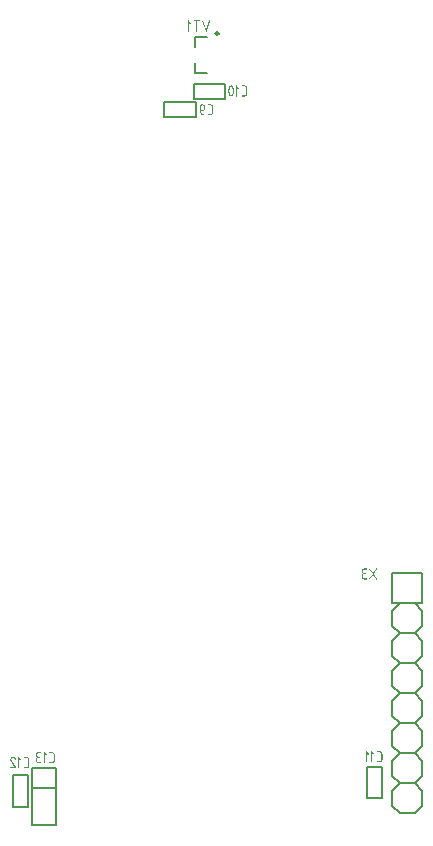
<source format=gbo>
G04 Layer_Color=32896*
%FSLAX44Y44*%
%MOMM*%
G71*
G01*
G75*
%ADD45C,0.2000*%
%ADD46C,0.2500*%
G36*
X683176Y349456D02*
X683299Y349404D01*
X683370Y349316D01*
X683440Y349245D01*
X683475Y349157D01*
X683493Y349070D01*
Y349017D01*
Y348999D01*
X683475Y348841D01*
X683422Y348718D01*
X683335Y348648D01*
X683247Y348577D01*
X683176Y348542D01*
X683089Y348525D01*
X681120D01*
X680909Y348507D01*
X680716Y348454D01*
X680540Y348384D01*
X680399Y348314D01*
X680276Y348243D01*
X680188Y348173D01*
X680136Y348120D01*
X680118Y348103D01*
X679977Y347945D01*
X679872Y347769D01*
X679802Y347593D01*
X679749Y347453D01*
X679714Y347312D01*
X679696Y347206D01*
Y347119D01*
Y347101D01*
X679714Y346890D01*
X679766Y346697D01*
X679837Y346521D01*
X679907Y346363D01*
X679977Y346240D01*
X680048Y346152D01*
X680100Y346099D01*
X680118Y346082D01*
X680276Y345941D01*
X680452Y345853D01*
X680610Y345783D01*
X680768Y345730D01*
X680909Y345695D01*
X681014Y345677D01*
X682069D01*
X682227Y345660D01*
X682350Y345607D01*
X682421Y345519D01*
X682491Y345449D01*
X682526Y345361D01*
X682544Y345273D01*
Y345220D01*
Y345203D01*
X682526Y345045D01*
X682473Y344921D01*
X682385Y344851D01*
X682298Y344781D01*
X682227Y344746D01*
X682139Y344728D01*
X681120D01*
X680909Y344711D01*
X680716Y344658D01*
X680540Y344588D01*
X680399Y344517D01*
X680276Y344447D01*
X680188Y344377D01*
X680136Y344324D01*
X680118Y344306D01*
X679977Y344148D01*
X679872Y343972D01*
X679802Y343797D01*
X679749Y343656D01*
X679714Y343515D01*
X679696Y343410D01*
Y343322D01*
Y343304D01*
Y342355D01*
X679714Y342144D01*
X679766Y341951D01*
X679837Y341775D01*
X679907Y341635D01*
X679977Y341512D01*
X680048Y341424D01*
X680100Y341371D01*
X680118Y341353D01*
X680276Y341213D01*
X680452Y341125D01*
X680610Y341055D01*
X680768Y341002D01*
X680909Y340967D01*
X681014Y340949D01*
X683018D01*
X683176Y340932D01*
X683299Y340879D01*
X683370Y340791D01*
X683440Y340721D01*
X683475Y340633D01*
X683493Y340545D01*
Y340492D01*
Y340475D01*
X683475Y340316D01*
X683422Y340193D01*
X683335Y340123D01*
X683247Y340053D01*
X683176Y340018D01*
X683089Y340000D01*
X681120D01*
X680768Y340035D01*
X680452Y340106D01*
X680171Y340211D01*
X679925Y340351D01*
X679731Y340475D01*
X679573Y340580D01*
X679485Y340650D01*
X679450Y340686D01*
X679222Y340949D01*
X679046Y341230D01*
X678923Y341512D01*
X678835Y341775D01*
X678782Y342004D01*
X678765Y342197D01*
X678747Y342267D01*
Y342320D01*
Y342338D01*
Y342355D01*
Y343304D01*
X678765Y343515D01*
X678782Y343726D01*
X678888Y344095D01*
X679046Y344429D01*
X679222Y344693D01*
X679397Y344921D01*
X679556Y345080D01*
X679661Y345168D01*
X679679Y345203D01*
X679696D01*
X679520Y345343D01*
X679380Y345484D01*
X679257Y345642D01*
X679151Y345800D01*
X678976Y346117D01*
X678870Y346415D01*
X678800Y346679D01*
X678782Y346802D01*
X678765Y346908D01*
X678747Y346978D01*
Y347048D01*
Y347084D01*
Y347101D01*
X678782Y347453D01*
X678852Y347769D01*
X678976Y348050D01*
X679099Y348296D01*
X679222Y348490D01*
X679345Y348648D01*
X679415Y348736D01*
X679450Y348771D01*
X679714Y348999D01*
X679995Y349175D01*
X680276Y349298D01*
X680540Y349386D01*
X680768Y349439D01*
X680962Y349456D01*
X681032Y349474D01*
X683018D01*
X683176Y349456D01*
D02*
G37*
G36*
X687641Y194689D02*
X687764Y194636D01*
X687852Y194566D01*
X687887Y194548D01*
Y194531D01*
X689751Y192685D01*
X689821Y192579D01*
X689856Y192474D01*
X689874Y192386D01*
Y192369D01*
Y192351D01*
X689856Y192193D01*
X689803Y192070D01*
X689715Y191999D01*
X689628Y191929D01*
X689557Y191894D01*
X689469Y191876D01*
X689399D01*
X689276Y191894D01*
X689171Y191947D01*
X689100Y191999D01*
X689083Y192017D01*
X687975Y193107D01*
Y185707D01*
X687958Y185549D01*
X687905Y185443D01*
X687817Y185355D01*
X687729Y185303D01*
X687659Y185268D01*
X687571Y185250D01*
X687501D01*
X687343Y185268D01*
X687219Y185320D01*
X687149Y185391D01*
X687079Y185478D01*
X687044Y185566D01*
X687026Y185637D01*
Y185689D01*
Y185707D01*
Y194249D01*
X687044Y194408D01*
X687096Y194531D01*
X687184Y194601D01*
X687255Y194671D01*
X687343Y194706D01*
X687430Y194724D01*
X687571D01*
X687641Y194689D01*
D02*
G37*
G36*
X691701Y349456D02*
X691824Y349404D01*
X691895Y349316D01*
X691965Y349245D01*
X692000Y349157D01*
X692018Y349070D01*
Y349017D01*
Y348999D01*
X692000Y348894D01*
X691965Y348806D01*
X691947Y348736D01*
X691930Y348718D01*
X689276Y344728D01*
X691930Y340738D01*
X691982Y340650D01*
X692000Y340545D01*
X692018Y340492D01*
Y340457D01*
X692000Y340299D01*
X691947Y340193D01*
X691859Y340106D01*
X691771Y340053D01*
X691701Y340018D01*
X691613Y340000D01*
X691543D01*
X691455Y340018D01*
X691367Y340035D01*
X691244Y340106D01*
X691156Y340158D01*
X691139Y340193D01*
X688696Y343867D01*
X686252Y340193D01*
X686200Y340123D01*
X686129Y340088D01*
X685989Y340018D01*
X685883Y340000D01*
X685848D01*
X685690Y340018D01*
X685567Y340070D01*
X685497Y340141D01*
X685426Y340229D01*
X685391Y340316D01*
X685374Y340387D01*
Y340439D01*
Y340457D01*
X685391Y340563D01*
X685409Y340650D01*
X685444Y340721D01*
X685461Y340738D01*
X688115Y344728D01*
X685461Y348718D01*
X685409Y348806D01*
X685391Y348911D01*
X685374Y348982D01*
Y348999D01*
X685391Y349157D01*
X685444Y349281D01*
X685532Y349351D01*
X685602Y349421D01*
X685690Y349456D01*
X685778Y349474D01*
X685936D01*
X686024Y349439D01*
X686147Y349368D01*
X686217Y349298D01*
X686252Y349281D01*
Y349263D01*
X688696Y345589D01*
X691139Y349263D01*
X691191Y349333D01*
X691262Y349386D01*
X691385Y349456D01*
X691490Y349474D01*
X691543D01*
X691701Y349456D01*
D02*
G37*
G36*
X388591Y189879D02*
X388714Y189826D01*
X388802Y189756D01*
X388837Y189738D01*
Y189721D01*
X390700Y187875D01*
X390771Y187770D01*
X390806Y187664D01*
X390824Y187576D01*
Y187559D01*
Y187541D01*
X390806Y187383D01*
X390753Y187260D01*
X390665Y187190D01*
X390577Y187119D01*
X390507Y187084D01*
X390419Y187066D01*
X390349D01*
X390226Y187084D01*
X390120Y187137D01*
X390050Y187190D01*
X390033Y187207D01*
X388925Y188297D01*
Y180897D01*
X388908Y180739D01*
X388855Y180633D01*
X388767Y180546D01*
X388679Y180493D01*
X388609Y180458D01*
X388521Y180440D01*
X388451D01*
X388292Y180458D01*
X388169Y180510D01*
X388099Y180581D01*
X388029Y180669D01*
X387994Y180756D01*
X387976Y180827D01*
Y180879D01*
Y180897D01*
Y189439D01*
X387994Y189597D01*
X388046Y189721D01*
X388134Y189791D01*
X388204Y189861D01*
X388292Y189896D01*
X388380Y189914D01*
X388521D01*
X388591Y189879D01*
D02*
G37*
G36*
X395446D02*
X395763Y189809D01*
X396061Y189685D01*
X396290Y189562D01*
X396501Y189439D01*
X396641Y189316D01*
X396729Y189246D01*
X396764Y189211D01*
X396993Y188947D01*
X397169Y188666D01*
X397274Y188385D01*
X397362Y188121D01*
X397415Y187893D01*
X397432Y187699D01*
X397450Y187629D01*
Y187594D01*
Y187559D01*
Y187541D01*
Y182795D01*
X397415Y182444D01*
X397345Y182127D01*
X397239Y181829D01*
X397098Y181600D01*
X396975Y181389D01*
X396870Y181249D01*
X396800Y181161D01*
X396764Y181126D01*
X396501Y180897D01*
X396220Y180721D01*
X395938Y180616D01*
X395675Y180528D01*
X395446Y180475D01*
X395253Y180458D01*
X395182Y180440D01*
X393196D01*
X393038Y180458D01*
X392915Y180510D01*
X392845Y180598D01*
X392775Y180686D01*
X392739Y180756D01*
X392722Y180844D01*
Y180897D01*
Y180915D01*
X392739Y181073D01*
X392792Y181196D01*
X392880Y181266D01*
X392950Y181336D01*
X393038Y181372D01*
X393126Y181389D01*
X395095D01*
X395306Y181407D01*
X395499Y181460D01*
X395675Y181512D01*
X395815Y181600D01*
X395938Y181670D01*
X396026Y181723D01*
X396079Y181776D01*
X396096Y181793D01*
X396237Y181952D01*
X396325Y182127D01*
X396395Y182303D01*
X396448Y182461D01*
X396483Y182584D01*
X396501Y182707D01*
Y182778D01*
Y182795D01*
Y187541D01*
X396483Y187752D01*
X396431Y187945D01*
X396378Y188121D01*
X396290Y188262D01*
X396220Y188385D01*
X396167Y188473D01*
X396114Y188525D01*
X396096Y188543D01*
X395938Y188683D01*
X395763Y188789D01*
X395604Y188859D01*
X395446Y188912D01*
X395306Y188947D01*
X395200Y188965D01*
X393196D01*
X393038Y188982D01*
X392915Y189035D01*
X392845Y189123D01*
X392775Y189211D01*
X392739Y189281D01*
X392722Y189369D01*
Y189422D01*
Y189439D01*
X392739Y189597D01*
X392792Y189721D01*
X392880Y189791D01*
X392950Y189861D01*
X393038Y189896D01*
X393126Y189914D01*
X395095D01*
X395446Y189879D01*
D02*
G37*
G36*
X550201Y813456D02*
X550324Y813404D01*
X550395Y813316D01*
X550465Y813245D01*
X550500Y813158D01*
X550518Y813070D01*
Y813017D01*
Y812999D01*
X550500Y812894D01*
X550482Y812859D01*
Y812841D01*
X547670Y804352D01*
X547617Y804229D01*
X547547Y804141D01*
X547459Y804088D01*
X547389Y804053D01*
X547319Y804018D01*
X547248Y804000D01*
X547196D01*
X547072Y804018D01*
X546967Y804053D01*
X546897Y804106D01*
X546826Y804176D01*
X546739Y804299D01*
X546721Y804334D01*
Y804352D01*
X543909Y812841D01*
X543873Y812947D01*
Y812982D01*
Y812999D01*
X543891Y813158D01*
X543944Y813281D01*
X544032Y813351D01*
X544102Y813421D01*
X544190Y813456D01*
X544278Y813474D01*
X544348D01*
X544471Y813456D01*
X544559Y813421D01*
X544647Y813369D01*
X544700Y813316D01*
X544787Y813193D01*
X544805Y813158D01*
Y813140D01*
X547196Y805969D01*
X549586Y813140D01*
X549639Y813245D01*
X549709Y813333D01*
X549779Y813386D01*
X549850Y813439D01*
X549920Y813456D01*
X549990Y813474D01*
X550043D01*
X550201Y813456D01*
D02*
G37*
G36*
X541659D02*
X541782Y813404D01*
X541852Y813316D01*
X541922Y813245D01*
X541958Y813158D01*
X541975Y813070D01*
Y813017D01*
Y812999D01*
X541958Y812841D01*
X541905Y812718D01*
X541817Y812648D01*
X541729Y812578D01*
X541659Y812542D01*
X541571Y812525D01*
X539602D01*
Y804457D01*
X539585Y804299D01*
X539532Y804193D01*
X539444Y804106D01*
X539356Y804053D01*
X539286Y804018D01*
X539198Y804000D01*
X539128D01*
X538970Y804018D01*
X538847Y804070D01*
X538776Y804141D01*
X538706Y804229D01*
X538671Y804316D01*
X538653Y804387D01*
Y804439D01*
Y804457D01*
Y812525D01*
X536772D01*
X536614Y812542D01*
X536491Y812595D01*
X536421Y812683D01*
X536351Y812771D01*
X536315Y812841D01*
X536298Y812929D01*
Y812982D01*
Y812999D01*
X536315Y813158D01*
X536368Y813281D01*
X536456Y813351D01*
X536526Y813421D01*
X536614Y813456D01*
X536702Y813474D01*
X541501D01*
X541659Y813456D01*
D02*
G37*
G36*
X532167Y813439D02*
X532290Y813386D01*
X532378Y813316D01*
X532413Y813298D01*
Y813281D01*
X534277Y811435D01*
X534347Y811329D01*
X534382Y811224D01*
X534400Y811136D01*
Y811119D01*
Y811101D01*
X534382Y810943D01*
X534329Y810820D01*
X534241Y810750D01*
X534154Y810679D01*
X534083Y810644D01*
X533995Y810627D01*
X533925D01*
X533802Y810644D01*
X533697Y810697D01*
X533626Y810750D01*
X533609Y810767D01*
X532501Y811857D01*
Y804457D01*
X532484Y804299D01*
X532431Y804193D01*
X532343Y804106D01*
X532255Y804053D01*
X532185Y804018D01*
X532097Y804000D01*
X532027D01*
X531869Y804018D01*
X531745Y804070D01*
X531675Y804141D01*
X531605Y804229D01*
X531570Y804316D01*
X531552Y804387D01*
Y804439D01*
Y804457D01*
Y812999D01*
X531570Y813158D01*
X531623Y813281D01*
X531710Y813351D01*
X531781Y813421D01*
X531869Y813456D01*
X531956Y813474D01*
X532097D01*
X532167Y813439D01*
D02*
G37*
G36*
X682913Y194689D02*
X683036Y194636D01*
X683124Y194566D01*
X683159Y194548D01*
Y194531D01*
X685022Y192685D01*
X685093Y192579D01*
X685128Y192474D01*
X685145Y192386D01*
Y192369D01*
Y192351D01*
X685128Y192193D01*
X685075Y192070D01*
X684987Y191999D01*
X684899Y191929D01*
X684829Y191894D01*
X684741Y191876D01*
X684671D01*
X684548Y191894D01*
X684442Y191947D01*
X684372Y191999D01*
X684354Y192017D01*
X683247Y193107D01*
Y185707D01*
X683230Y185549D01*
X683177Y185443D01*
X683089Y185355D01*
X683001Y185303D01*
X682931Y185268D01*
X682843Y185250D01*
X682773D01*
X682614Y185268D01*
X682491Y185320D01*
X682421Y185391D01*
X682351Y185478D01*
X682316Y185566D01*
X682298Y185637D01*
Y185689D01*
Y185707D01*
Y194249D01*
X682316Y194408D01*
X682368Y194531D01*
X682456Y194601D01*
X682526Y194671D01*
X682614Y194706D01*
X682702Y194724D01*
X682843D01*
X682913Y194689D01*
D02*
G37*
G36*
X694496D02*
X694813Y194618D01*
X695111Y194495D01*
X695340Y194372D01*
X695551Y194249D01*
X695692Y194126D01*
X695779Y194056D01*
X695815Y194021D01*
X696043Y193757D01*
X696219Y193476D01*
X696324Y193195D01*
X696412Y192931D01*
X696465Y192703D01*
X696482Y192509D01*
X696500Y192439D01*
Y192404D01*
Y192369D01*
Y192351D01*
Y187605D01*
X696465Y187254D01*
X696395Y186937D01*
X696289Y186639D01*
X696149Y186410D01*
X696025Y186199D01*
X695920Y186059D01*
X695850Y185971D01*
X695815Y185935D01*
X695551Y185707D01*
X695270Y185531D01*
X694988Y185426D01*
X694725Y185338D01*
X694496Y185285D01*
X694303Y185268D01*
X694233Y185250D01*
X692246D01*
X692088Y185268D01*
X691965Y185320D01*
X691895Y185408D01*
X691825Y185496D01*
X691789Y185566D01*
X691772Y185654D01*
Y185707D01*
Y185725D01*
X691789Y185883D01*
X691842Y186006D01*
X691930Y186076D01*
X692000Y186146D01*
X692088Y186182D01*
X692176Y186199D01*
X694145D01*
X694356Y186217D01*
X694549Y186269D01*
X694725Y186322D01*
X694865Y186410D01*
X694988Y186480D01*
X695076Y186533D01*
X695129Y186586D01*
X695147Y186603D01*
X695287Y186762D01*
X695375Y186937D01*
X695445Y187113D01*
X695498Y187271D01*
X695533Y187394D01*
X695551Y187517D01*
Y187588D01*
Y187605D01*
Y192351D01*
X695533Y192562D01*
X695480Y192755D01*
X695428Y192931D01*
X695340Y193072D01*
X695270Y193195D01*
X695217Y193283D01*
X695164Y193335D01*
X695147Y193353D01*
X694988Y193493D01*
X694813Y193599D01*
X694654Y193669D01*
X694496Y193722D01*
X694356Y193757D01*
X694250Y193775D01*
X692246D01*
X692088Y193792D01*
X691965Y193845D01*
X691895Y193933D01*
X691825Y194021D01*
X691789Y194091D01*
X691772Y194179D01*
Y194232D01*
Y194249D01*
X691789Y194408D01*
X691842Y194531D01*
X691930Y194601D01*
X692000Y194671D01*
X692088Y194706D01*
X692176Y194724D01*
X694145D01*
X694496Y194689D01*
D02*
G37*
G36*
X384004Y189896D02*
X384250Y189844D01*
X384496Y189756D01*
X384707Y189650D01*
X384918Y189527D01*
X385111Y189369D01*
X385445Y189070D01*
X385586Y188895D01*
X385709Y188754D01*
X385814Y188613D01*
X385902Y188473D01*
X385972Y188367D01*
X386025Y188279D01*
X386043Y188227D01*
X386060Y188209D01*
X386095Y188139D01*
X386113Y188086D01*
Y188033D01*
Y188016D01*
X386095Y187857D01*
X386043Y187734D01*
X385955Y187664D01*
X385867Y187594D01*
X385797Y187559D01*
X385709Y187541D01*
X385638D01*
X385533Y187559D01*
X385445Y187576D01*
X385322Y187664D01*
X385234Y187734D01*
X385216Y187752D01*
Y187770D01*
X385093Y187980D01*
X384953Y188156D01*
X384830Y188332D01*
X384707Y188455D01*
X384584Y188578D01*
X384461Y188666D01*
X384232Y188824D01*
X384039Y188895D01*
X383881Y188947D01*
X383775Y188965D01*
X383740D01*
X383529Y188947D01*
X383336Y188895D01*
X383160Y188824D01*
X383019Y188754D01*
X382896Y188683D01*
X382808Y188613D01*
X382756Y188561D01*
X382738Y188543D01*
X382598Y188385D01*
X382492Y188209D01*
X382422Y188033D01*
X382369Y187893D01*
X382334Y187752D01*
X382316Y187647D01*
Y187559D01*
Y187541D01*
X382334Y187383D01*
X382351Y187242D01*
X382387Y187119D01*
X382439Y186996D01*
X382492Y186891D01*
X382527Y186820D01*
X382545Y186768D01*
X382562Y186750D01*
X386025Y181178D01*
X386078Y181090D01*
X386095Y180985D01*
X386113Y180932D01*
Y180897D01*
X386095Y180739D01*
X386043Y180633D01*
X385955Y180546D01*
X385867Y180493D01*
X385797Y180458D01*
X385709Y180440D01*
X381842D01*
X381684Y180458D01*
X381561Y180510D01*
X381490Y180598D01*
X381420Y180686D01*
X381385Y180756D01*
X381367Y180844D01*
Y180897D01*
Y180915D01*
X381385Y181073D01*
X381437Y181196D01*
X381525Y181266D01*
X381596Y181336D01*
X381684Y181372D01*
X381771Y181389D01*
X384777D01*
X381807Y186170D01*
X381666Y186434D01*
X381561Y186680D01*
X381473Y186908D01*
X381420Y187119D01*
X381385Y187295D01*
X381367Y187418D01*
Y187506D01*
Y187541D01*
X381402Y187893D01*
X381473Y188227D01*
X381596Y188508D01*
X381719Y188754D01*
X381842Y188947D01*
X381965Y189088D01*
X382035Y189176D01*
X382070Y189211D01*
X382334Y189439D01*
X382615Y189615D01*
X382896Y189738D01*
X383160Y189826D01*
X383388Y189879D01*
X383582Y189896D01*
X383652Y189914D01*
X383740D01*
X384004Y189896D01*
D02*
G37*
G36*
X573141Y758439D02*
X573264Y758386D01*
X573352Y758316D01*
X573387Y758298D01*
Y758281D01*
X575251Y756435D01*
X575321Y756329D01*
X575356Y756224D01*
X575374Y756136D01*
Y756119D01*
Y756101D01*
X575356Y755943D01*
X575303Y755820D01*
X575215Y755750D01*
X575127Y755679D01*
X575057Y755644D01*
X574969Y755627D01*
X574899D01*
X574776Y755644D01*
X574670Y755697D01*
X574600Y755750D01*
X574583Y755767D01*
X573475Y756857D01*
Y749457D01*
X573458Y749299D01*
X573405Y749193D01*
X573317Y749106D01*
X573229Y749053D01*
X573159Y749018D01*
X573071Y749000D01*
X573001D01*
X572842Y749018D01*
X572719Y749070D01*
X572649Y749141D01*
X572579Y749229D01*
X572544Y749316D01*
X572526Y749387D01*
Y749439D01*
Y749457D01*
Y757999D01*
X572544Y758158D01*
X572596Y758281D01*
X572684Y758351D01*
X572755Y758421D01*
X572842Y758456D01*
X572930Y758474D01*
X573071D01*
X573141Y758439D01*
D02*
G37*
G36*
X579996D02*
X580313Y758368D01*
X580611Y758245D01*
X580840Y758122D01*
X581051Y757999D01*
X581191Y757876D01*
X581279Y757806D01*
X581315Y757771D01*
X581543Y757507D01*
X581719Y757226D01*
X581824Y756945D01*
X581912Y756681D01*
X581965Y756453D01*
X581982Y756259D01*
X582000Y756189D01*
Y756154D01*
Y756119D01*
Y756101D01*
Y751355D01*
X581965Y751004D01*
X581894Y750687D01*
X581789Y750389D01*
X581648Y750160D01*
X581525Y749949D01*
X581420Y749809D01*
X581350Y749721D01*
X581315Y749686D01*
X581051Y749457D01*
X580770Y749281D01*
X580488Y749176D01*
X580225Y749088D01*
X579996Y749035D01*
X579803Y749018D01*
X579733Y749000D01*
X577746D01*
X577588Y749018D01*
X577465Y749070D01*
X577395Y749158D01*
X577325Y749246D01*
X577289Y749316D01*
X577272Y749404D01*
Y749457D01*
Y749475D01*
X577289Y749633D01*
X577342Y749756D01*
X577430Y749826D01*
X577500Y749896D01*
X577588Y749932D01*
X577676Y749949D01*
X579645D01*
X579856Y749967D01*
X580049Y750020D01*
X580225Y750072D01*
X580365Y750160D01*
X580488Y750230D01*
X580576Y750283D01*
X580629Y750336D01*
X580647Y750353D01*
X580787Y750512D01*
X580875Y750687D01*
X580945Y750863D01*
X580998Y751021D01*
X581033Y751144D01*
X581051Y751267D01*
Y751338D01*
Y751355D01*
Y756101D01*
X581033Y756312D01*
X580980Y756505D01*
X580928Y756681D01*
X580840Y756822D01*
X580770Y756945D01*
X580717Y757033D01*
X580664Y757085D01*
X580647Y757103D01*
X580488Y757243D01*
X580313Y757349D01*
X580154Y757419D01*
X579996Y757472D01*
X579856Y757507D01*
X579750Y757525D01*
X577746D01*
X577588Y757542D01*
X577465Y757595D01*
X577395Y757683D01*
X577325Y757771D01*
X577289Y757841D01*
X577272Y757929D01*
Y757982D01*
Y757999D01*
X577289Y758158D01*
X577342Y758281D01*
X577430Y758351D01*
X577500Y758421D01*
X577588Y758456D01*
X577676Y758474D01*
X579645D01*
X579996Y758439D01*
D02*
G37*
G36*
X550996Y742439D02*
X551313Y742368D01*
X551611Y742245D01*
X551840Y742122D01*
X552051Y741999D01*
X552192Y741876D01*
X552279Y741806D01*
X552314Y741771D01*
X552543Y741507D01*
X552719Y741226D01*
X552824Y740945D01*
X552912Y740681D01*
X552965Y740453D01*
X552982Y740259D01*
X553000Y740189D01*
Y740154D01*
Y740119D01*
Y740101D01*
Y735355D01*
X552965Y735004D01*
X552895Y734687D01*
X552789Y734389D01*
X552649Y734160D01*
X552525Y733949D01*
X552420Y733809D01*
X552350Y733721D01*
X552314Y733686D01*
X552051Y733457D01*
X551770Y733281D01*
X551488Y733176D01*
X551225Y733088D01*
X550996Y733035D01*
X550803Y733018D01*
X550733Y733000D01*
X548746D01*
X548588Y733018D01*
X548465Y733070D01*
X548395Y733158D01*
X548325Y733246D01*
X548289Y733316D01*
X548272Y733404D01*
Y733457D01*
Y733475D01*
X548289Y733633D01*
X548342Y733756D01*
X548430Y733826D01*
X548500Y733896D01*
X548588Y733932D01*
X548676Y733949D01*
X550645D01*
X550856Y733967D01*
X551049Y734019D01*
X551225Y734072D01*
X551365Y734160D01*
X551488Y734230D01*
X551576Y734283D01*
X551629Y734336D01*
X551647Y734353D01*
X551787Y734512D01*
X551875Y734687D01*
X551945Y734863D01*
X551998Y735021D01*
X552033Y735144D01*
X552051Y735267D01*
Y735338D01*
Y735355D01*
Y740101D01*
X552033Y740312D01*
X551981Y740505D01*
X551928Y740681D01*
X551840Y740822D01*
X551770Y740945D01*
X551717Y741033D01*
X551664Y741085D01*
X551647Y741103D01*
X551488Y741244D01*
X551313Y741349D01*
X551154Y741419D01*
X550996Y741472D01*
X550856Y741507D01*
X550750Y741525D01*
X548746D01*
X548588Y741542D01*
X548465Y741595D01*
X548395Y741683D01*
X548325Y741771D01*
X548289Y741841D01*
X548272Y741929D01*
Y741982D01*
Y741999D01*
X548289Y742158D01*
X548342Y742281D01*
X548430Y742351D01*
X548500Y742421D01*
X548588Y742456D01*
X548676Y742474D01*
X550645D01*
X550996Y742439D01*
D02*
G37*
G36*
X544370D02*
X544686Y742368D01*
X544985Y742245D01*
X545214Y742122D01*
X545424Y741999D01*
X545565Y741876D01*
X545653Y741806D01*
X545688Y741771D01*
X545917Y741507D01*
X546092Y741226D01*
X546198Y740945D01*
X546286Y740681D01*
X546338Y740453D01*
X546356Y740259D01*
X546374Y740189D01*
Y740154D01*
Y740119D01*
Y740101D01*
Y739152D01*
X546338Y738800D01*
X546268Y738466D01*
X546163Y738185D01*
X546022Y737939D01*
X545899Y737728D01*
X545793Y737588D01*
X545723Y737500D01*
X545688Y737465D01*
X545424Y737236D01*
X545143Y737060D01*
X544862Y736955D01*
X544598Y736867D01*
X544370Y736814D01*
X544176Y736797D01*
X544106Y736779D01*
X542630D01*
X542682Y736498D01*
X542753Y736234D01*
X542858Y735988D01*
X542981Y735742D01*
X543245Y735320D01*
X543403Y735127D01*
X543561Y734951D01*
X543702Y734793D01*
X543843Y734652D01*
X543983Y734547D01*
X544089Y734441D01*
X544194Y734371D01*
X544264Y734318D01*
X544317Y734283D01*
X544335Y734266D01*
X544616Y734107D01*
X544897Y733984D01*
X545020Y733949D01*
X545108Y733914D01*
X545178Y733879D01*
X545196D01*
X545266Y733844D01*
X545319Y733773D01*
X545389Y733633D01*
X545407Y733562D01*
X545424Y733510D01*
Y733475D01*
Y733457D01*
X545407Y733334D01*
X545354Y733229D01*
X545301Y733158D01*
X545284Y733141D01*
X545178Y733053D01*
X545073Y733018D01*
X545003Y733000D01*
X544967D01*
X544827Y733018D01*
X544651Y733070D01*
X544475Y733141D01*
X544300Y733229D01*
X544141Y733299D01*
X544018Y733369D01*
X543930Y733422D01*
X543895Y733439D01*
X543491Y733721D01*
X543157Y734002D01*
X542858Y734318D01*
X542594Y734635D01*
X542384Y734951D01*
X542190Y735267D01*
X542050Y735584D01*
X541927Y735883D01*
X541839Y736164D01*
X541768Y736410D01*
X541716Y736656D01*
X541681Y736849D01*
X541663Y737025D01*
X541645Y737148D01*
Y737218D01*
Y737254D01*
Y740119D01*
X541681Y740470D01*
X541751Y740804D01*
X541874Y741085D01*
X541997Y741331D01*
X542120Y741525D01*
X542243Y741665D01*
X542313Y741753D01*
X542349Y741788D01*
X542612Y742017D01*
X542893Y742193D01*
X543175Y742316D01*
X543438Y742386D01*
X543667Y742439D01*
X543860Y742456D01*
X543930Y742474D01*
X544018D01*
X544370Y742439D01*
D02*
G37*
G36*
X416996Y193939D02*
X417313Y193869D01*
X417611Y193745D01*
X417840Y193622D01*
X418051Y193499D01*
X418191Y193376D01*
X418279Y193306D01*
X418315Y193271D01*
X418543Y193007D01*
X418719Y192726D01*
X418824Y192445D01*
X418912Y192181D01*
X418965Y191953D01*
X418982Y191759D01*
X419000Y191689D01*
Y191654D01*
Y191619D01*
Y191601D01*
Y186855D01*
X418965Y186504D01*
X418895Y186187D01*
X418789Y185889D01*
X418648Y185660D01*
X418525Y185449D01*
X418420Y185309D01*
X418350Y185221D01*
X418315Y185186D01*
X418051Y184957D01*
X417770Y184781D01*
X417488Y184676D01*
X417225Y184588D01*
X416996Y184535D01*
X416803Y184518D01*
X416733Y184500D01*
X414746D01*
X414588Y184518D01*
X414465Y184570D01*
X414395Y184658D01*
X414325Y184746D01*
X414289Y184816D01*
X414272Y184904D01*
Y184957D01*
Y184975D01*
X414289Y185133D01*
X414342Y185256D01*
X414430Y185326D01*
X414500Y185396D01*
X414588Y185432D01*
X414676Y185449D01*
X416645D01*
X416856Y185467D01*
X417049Y185520D01*
X417225Y185572D01*
X417365Y185660D01*
X417488Y185730D01*
X417576Y185783D01*
X417629Y185836D01*
X417647Y185854D01*
X417787Y186012D01*
X417875Y186187D01*
X417945Y186363D01*
X417998Y186521D01*
X418033Y186644D01*
X418051Y186767D01*
Y186838D01*
Y186855D01*
Y191601D01*
X418033Y191812D01*
X417980Y192005D01*
X417928Y192181D01*
X417840Y192322D01*
X417770Y192445D01*
X417717Y192533D01*
X417664Y192585D01*
X417647Y192603D01*
X417488Y192744D01*
X417313Y192849D01*
X417154Y192919D01*
X416996Y192972D01*
X416856Y193007D01*
X416750Y193025D01*
X414746D01*
X414588Y193042D01*
X414465Y193095D01*
X414395Y193183D01*
X414325Y193271D01*
X414289Y193341D01*
X414272Y193429D01*
Y193482D01*
Y193499D01*
X414289Y193658D01*
X414342Y193781D01*
X414430Y193851D01*
X414500Y193921D01*
X414588Y193956D01*
X414676Y193974D01*
X416645D01*
X416996Y193939D01*
D02*
G37*
G36*
X407347Y193956D02*
X407470Y193904D01*
X407540Y193816D01*
X407610Y193745D01*
X407645Y193658D01*
X407663Y193570D01*
Y193517D01*
Y193499D01*
X407645Y193341D01*
X407593Y193218D01*
X407505Y193148D01*
X407417Y193078D01*
X407347Y193042D01*
X407259Y193025D01*
X405290D01*
X405079Y193007D01*
X404886Y192955D01*
X404710Y192884D01*
X404569Y192814D01*
X404446Y192744D01*
X404358Y192673D01*
X404306Y192621D01*
X404288Y192603D01*
X404148Y192445D01*
X404042Y192269D01*
X403972Y192093D01*
X403919Y191953D01*
X403884Y191812D01*
X403866Y191707D01*
Y191619D01*
Y191601D01*
X403884Y191390D01*
X403937Y191197D01*
X404007Y191021D01*
X404077Y190863D01*
X404148Y190740D01*
X404218Y190652D01*
X404271Y190599D01*
X404288Y190582D01*
X404446Y190441D01*
X404622Y190353D01*
X404780Y190283D01*
X404939Y190230D01*
X405079Y190195D01*
X405185Y190177D01*
X406239D01*
X406397Y190160D01*
X406521Y190107D01*
X406591Y190019D01*
X406661Y189949D01*
X406696Y189861D01*
X406714Y189773D01*
Y189720D01*
Y189703D01*
X406696Y189545D01*
X406643Y189422D01*
X406556Y189351D01*
X406468Y189281D01*
X406397Y189246D01*
X406310Y189228D01*
X405290D01*
X405079Y189211D01*
X404886Y189158D01*
X404710Y189088D01*
X404569Y189017D01*
X404446Y188947D01*
X404358Y188877D01*
X404306Y188824D01*
X404288Y188806D01*
X404148Y188648D01*
X404042Y188472D01*
X403972Y188297D01*
X403919Y188156D01*
X403884Y188015D01*
X403866Y187910D01*
Y187822D01*
Y187805D01*
Y186855D01*
X403884Y186644D01*
X403937Y186451D01*
X404007Y186275D01*
X404077Y186135D01*
X404148Y186012D01*
X404218Y185924D01*
X404271Y185871D01*
X404288Y185854D01*
X404446Y185713D01*
X404622Y185625D01*
X404780Y185555D01*
X404939Y185502D01*
X405079Y185467D01*
X405185Y185449D01*
X407188D01*
X407347Y185432D01*
X407470Y185379D01*
X407540Y185291D01*
X407610Y185221D01*
X407645Y185133D01*
X407663Y185045D01*
Y184992D01*
Y184975D01*
X407645Y184816D01*
X407593Y184693D01*
X407505Y184623D01*
X407417Y184553D01*
X407347Y184518D01*
X407259Y184500D01*
X405290D01*
X404939Y184535D01*
X404622Y184606D01*
X404341Y184711D01*
X404095Y184852D01*
X403901Y184975D01*
X403743Y185080D01*
X403656Y185150D01*
X403620Y185186D01*
X403392Y185449D01*
X403216Y185730D01*
X403093Y186012D01*
X403005Y186275D01*
X402952Y186504D01*
X402935Y186697D01*
X402917Y186767D01*
Y186820D01*
Y186838D01*
Y186855D01*
Y187805D01*
X402935Y188015D01*
X402952Y188226D01*
X403058Y188595D01*
X403216Y188929D01*
X403392Y189193D01*
X403568Y189422D01*
X403726Y189580D01*
X403831Y189668D01*
X403849Y189703D01*
X403866D01*
X403691Y189843D01*
X403550Y189984D01*
X403427Y190142D01*
X403321Y190300D01*
X403146Y190617D01*
X403040Y190916D01*
X402970Y191179D01*
X402952Y191302D01*
X402935Y191408D01*
X402917Y191478D01*
Y191548D01*
Y191583D01*
Y191601D01*
X402952Y191953D01*
X403023Y192269D01*
X403146Y192550D01*
X403269Y192796D01*
X403392Y192990D01*
X403515Y193148D01*
X403585Y193236D01*
X403620Y193271D01*
X403884Y193499D01*
X404165Y193675D01*
X404446Y193798D01*
X404710Y193886D01*
X404939Y193939D01*
X405132Y193956D01*
X405202Y193974D01*
X407188D01*
X407347Y193956D01*
D02*
G37*
G36*
X410141Y193939D02*
X410264Y193886D01*
X410352Y193816D01*
X410387Y193798D01*
Y193781D01*
X412251Y191935D01*
X412321Y191830D01*
X412356Y191724D01*
X412374Y191636D01*
Y191619D01*
Y191601D01*
X412356Y191443D01*
X412303Y191320D01*
X412215Y191250D01*
X412127Y191179D01*
X412057Y191144D01*
X411969Y191126D01*
X411899D01*
X411776Y191144D01*
X411670Y191197D01*
X411600Y191250D01*
X411583Y191267D01*
X410475Y192357D01*
Y184957D01*
X410458Y184799D01*
X410405Y184693D01*
X410317Y184606D01*
X410229Y184553D01*
X410159Y184518D01*
X410071Y184500D01*
X410001D01*
X409842Y184518D01*
X409719Y184570D01*
X409649Y184641D01*
X409579Y184729D01*
X409544Y184816D01*
X409526Y184887D01*
Y184939D01*
Y184957D01*
Y193499D01*
X409544Y193658D01*
X409596Y193781D01*
X409684Y193851D01*
X409755Y193921D01*
X409842Y193956D01*
X409930Y193974D01*
X410071D01*
X410141Y193939D01*
D02*
G37*
G36*
X568536Y758456D02*
X568765Y758404D01*
X568958Y758316D01*
X569151Y758193D01*
X569327Y758052D01*
X569485Y757894D01*
X569767Y757578D01*
X569977Y757243D01*
X570065Y757085D01*
X570118Y756945D01*
X570171Y756839D01*
X570206Y756734D01*
X570241Y756681D01*
Y756664D01*
X570382Y756189D01*
X570470Y755679D01*
X570540Y755187D01*
X570593Y754730D01*
X570610Y754519D01*
X570628Y754326D01*
Y754168D01*
X570645Y754009D01*
Y753886D01*
Y753799D01*
Y753746D01*
Y753728D01*
X570628Y753113D01*
X570575Y752551D01*
X570558Y752287D01*
X570522Y752058D01*
X570487Y751830D01*
X570434Y751619D01*
X570399Y751443D01*
X570364Y751267D01*
X570329Y751127D01*
X570311Y751004D01*
X570276Y750916D01*
X570259Y750846D01*
X570241Y750810D01*
Y750793D01*
X570118Y750477D01*
X569977Y750195D01*
X569837Y749967D01*
X569679Y749756D01*
X569520Y749580D01*
X569345Y749439D01*
X569187Y749316D01*
X569028Y749229D01*
X568888Y749158D01*
X568747Y749088D01*
X568624Y749053D01*
X568501Y749035D01*
X568413Y749018D01*
X568343Y749000D01*
X568290D01*
X568044Y749018D01*
X567816Y749070D01*
X567622Y749158D01*
X567429Y749281D01*
X567253Y749422D01*
X567077Y749563D01*
X566814Y749896D01*
X566603Y750230D01*
X566515Y750371D01*
X566462Y750512D01*
X566409Y750635D01*
X566374Y750723D01*
X566339Y750775D01*
Y750793D01*
X566199Y751285D01*
X566093Y751777D01*
X566023Y752269D01*
X565970Y752726D01*
X565952Y752937D01*
X565935Y753130D01*
Y753306D01*
X565917Y753447D01*
Y753570D01*
Y753658D01*
Y753711D01*
Y753728D01*
X565935Y754343D01*
X565988Y754906D01*
X566058Y755398D01*
X566093Y755627D01*
X566128Y755837D01*
X566163Y756013D01*
X566199Y756189D01*
X566234Y756329D01*
X566269Y756435D01*
X566304Y756540D01*
X566321Y756611D01*
X566339Y756646D01*
Y756664D01*
X566462Y756980D01*
X566603Y757261D01*
X566743Y757507D01*
X566902Y757718D01*
X567060Y757894D01*
X567218Y758035D01*
X567394Y758158D01*
X567552Y758245D01*
X567692Y758316D01*
X567833Y758386D01*
X567956Y758421D01*
X568079Y758439D01*
X568167Y758456D01*
X568237Y758474D01*
X568290D01*
X568536Y758456D01*
D02*
G37*
%LPC*%
G36*
X544106Y741507D02*
X544018D01*
X543807Y741490D01*
X543614Y741437D01*
X543438Y741367D01*
X543298Y741296D01*
X543175Y741226D01*
X543087Y741156D01*
X543034Y741103D01*
X543016Y741085D01*
X542876Y740927D01*
X542770Y740751D01*
X542700Y740593D01*
X542647Y740435D01*
X542612Y740294D01*
X542594Y740189D01*
Y740119D01*
Y740083D01*
Y737728D01*
X544018D01*
X544229Y737746D01*
X544422Y737798D01*
X544598Y737851D01*
X544739Y737939D01*
X544862Y738009D01*
X544950Y738062D01*
X545003Y738115D01*
X545020Y738132D01*
X545161Y738291D01*
X545249Y738466D01*
X545319Y738625D01*
X545372Y738783D01*
X545407Y738923D01*
X545424Y739029D01*
Y739117D01*
Y739134D01*
Y740083D01*
X545407Y740294D01*
X545354Y740488D01*
X545301Y740664D01*
X545214Y740804D01*
X545143Y740927D01*
X545090Y741015D01*
X545038Y741068D01*
X545020Y741085D01*
X544862Y741226D01*
X544686Y741331D01*
X544510Y741402D01*
X544352Y741454D01*
X544229Y741490D01*
X544106Y741507D01*
D02*
G37*
G36*
X568325Y757525D02*
X568290D01*
X568149Y757507D01*
X568009Y757454D01*
X567886Y757384D01*
X567780Y757279D01*
X567675Y757156D01*
X567570Y757033D01*
X567411Y756734D01*
X567288Y756453D01*
X567235Y756312D01*
X567200Y756189D01*
X567165Y756084D01*
X567148Y756013D01*
X567130Y755960D01*
Y755943D01*
X567042Y755556D01*
X566972Y755152D01*
X566937Y754783D01*
X566902Y754449D01*
X566884Y754150D01*
X566866Y754027D01*
Y753922D01*
Y753851D01*
Y753781D01*
Y753746D01*
Y753728D01*
X566884Y753289D01*
X566902Y752885D01*
X566954Y752515D01*
X566989Y752181D01*
X567042Y751900D01*
X567060Y751795D01*
X567095Y751689D01*
X567113Y751619D01*
Y751566D01*
X567130Y751531D01*
Y751514D01*
X567200Y751232D01*
X567288Y751004D01*
X567376Y750793D01*
X567464Y750617D01*
X567570Y750459D01*
X567657Y750336D01*
X567763Y750230D01*
X567851Y750143D01*
X567939Y750072D01*
X568026Y750037D01*
X568167Y749967D01*
X568255Y749949D01*
X568290D01*
X568431Y749967D01*
X568571Y750020D01*
X568694Y750090D01*
X568800Y750195D01*
X568905Y750318D01*
X569011Y750441D01*
X569169Y750740D01*
X569292Y751021D01*
X569345Y751144D01*
X569380Y751267D01*
X569415Y751373D01*
X569433Y751443D01*
X569450Y751496D01*
Y751514D01*
X569538Y751900D01*
X569591Y752304D01*
X569644Y752674D01*
X569661Y753008D01*
X569679Y753306D01*
X569696Y753429D01*
Y753535D01*
Y753605D01*
Y753675D01*
Y753711D01*
Y753728D01*
X569679Y754150D01*
X569661Y754554D01*
X569626Y754923D01*
X569573Y755257D01*
X569520Y755539D01*
X569503Y755662D01*
X569485Y755750D01*
X569468Y755837D01*
Y755890D01*
X569450Y755925D01*
Y755943D01*
X569380Y756224D01*
X569292Y756470D01*
X569204Y756681D01*
X569099Y756857D01*
X569011Y757015D01*
X568905Y757138D01*
X568817Y757243D01*
X568730Y757331D01*
X568642Y757384D01*
X568554Y757437D01*
X568413Y757507D01*
X568325Y757525D01*
D02*
G37*
%LPD*%
D45*
X511750Y731750D02*
Y744250D01*
X538250Y731750D02*
Y744250D01*
X511750Y731750D02*
X538250D01*
X511750Y744250D02*
X538250D01*
X563250Y746750D02*
Y759250D01*
X536750Y746750D02*
Y759250D01*
X563250D01*
X536750Y746750D02*
X563250D01*
X400000Y132500D02*
Y180500D01*
Y132500D02*
X420000D01*
Y180500D01*
X400000D02*
X420000D01*
X400000Y163500D02*
X420000D01*
X384000Y147750D02*
Y174250D01*
X396500Y147750D02*
Y174250D01*
X384000D02*
X396500D01*
X384000Y147750D02*
X396500D01*
X710900Y167650D02*
X723600D01*
Y193050D02*
X729950Y186700D01*
Y174000D02*
Y186700D01*
X723600Y167650D02*
X729950Y174000D01*
X704550D02*
X710900Y167650D01*
X704550Y174000D02*
Y186700D01*
X710900Y193050D01*
X704550Y237500D02*
X710900Y243850D01*
X704550Y224800D02*
Y237500D01*
Y224800D02*
X710900Y218450D01*
X723600D01*
X729950Y224800D01*
Y237500D01*
X723600Y243850D02*
X729950Y237500D01*
X704550Y262900D02*
X710900Y269250D01*
X704550Y250200D02*
Y262900D01*
Y250200D02*
X710900Y243850D01*
X723600D01*
X729950Y250200D01*
Y262900D01*
X723600Y269250D02*
X729950Y262900D01*
X704550Y288300D02*
X710900Y294650D01*
X704550Y275600D02*
Y288300D01*
Y275600D02*
X710900Y269250D01*
X723600D01*
X729950Y275600D01*
Y288300D01*
X723600Y294650D02*
X729950Y288300D01*
Y320050D02*
Y345450D01*
X723600Y320050D02*
X729950Y313700D01*
Y301000D02*
Y313700D01*
X723600Y294650D02*
X729950Y301000D01*
X710900Y294650D02*
X723600D01*
X704550Y301000D02*
X710900Y294650D01*
X704550Y301000D02*
Y313700D01*
X710900Y320050D01*
X704550Y345450D02*
X729950D01*
X704550Y320050D02*
X729950D01*
X704550D02*
Y345450D01*
X710900Y193050D02*
X723600D01*
X704550Y212100D02*
X710900Y218450D01*
X704550Y199400D02*
Y212100D01*
Y199400D02*
X710900Y193050D01*
X723600D02*
X729950Y199400D01*
Y212100D01*
X723600Y218450D02*
X729950Y212100D01*
X710900Y142250D02*
X723600D01*
X704550Y161300D02*
X710900Y167650D01*
X704550Y148600D02*
Y161300D01*
Y148600D02*
X710900Y142250D01*
X723600D02*
X729950Y148600D01*
Y161300D01*
X723600Y167650D02*
X729950Y161300D01*
X695750Y155000D02*
Y181500D01*
X683250Y155000D02*
Y181500D01*
Y155000D02*
X695750D01*
X683250Y181500D02*
X695750D01*
X537500Y769250D02*
Y777250D01*
Y769250D02*
X547500D01*
X537500Y791250D02*
Y799250D01*
X547500D01*
D46*
X557750Y802250D02*
G03*
X557750Y802250I-1250J0D01*
G01*
M02*

</source>
